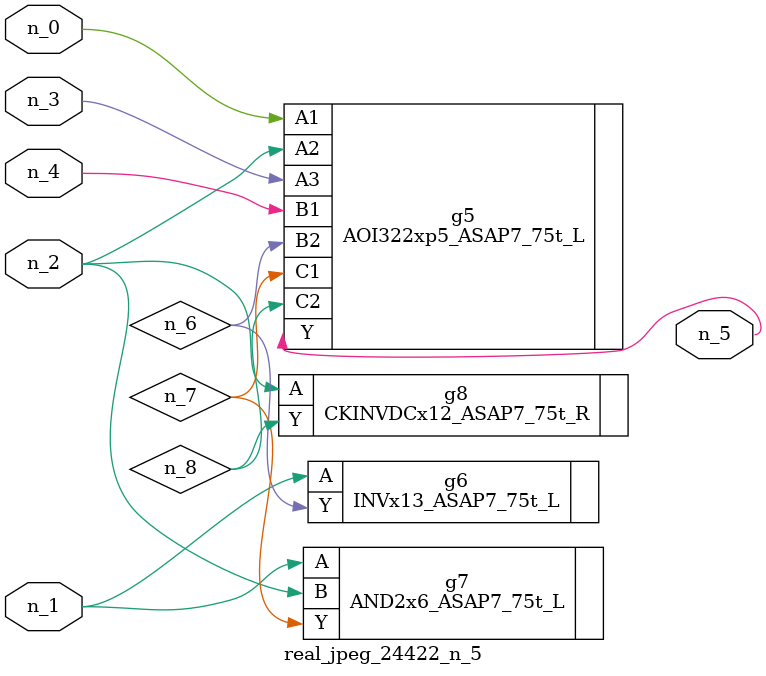
<source format=v>
module real_jpeg_24422_n_5 (n_4, n_0, n_1, n_2, n_3, n_5);

input n_4;
input n_0;
input n_1;
input n_2;
input n_3;

output n_5;

wire n_8;
wire n_6;
wire n_7;

AOI322xp5_ASAP7_75t_L g5 ( 
.A1(n_0),
.A2(n_2),
.A3(n_3),
.B1(n_4),
.B2(n_6),
.C1(n_7),
.C2(n_8),
.Y(n_5)
);

INVx13_ASAP7_75t_L g6 ( 
.A(n_1),
.Y(n_6)
);

AND2x6_ASAP7_75t_L g7 ( 
.A(n_1),
.B(n_2),
.Y(n_7)
);

CKINVDCx12_ASAP7_75t_R g8 ( 
.A(n_2),
.Y(n_8)
);


endmodule
</source>
